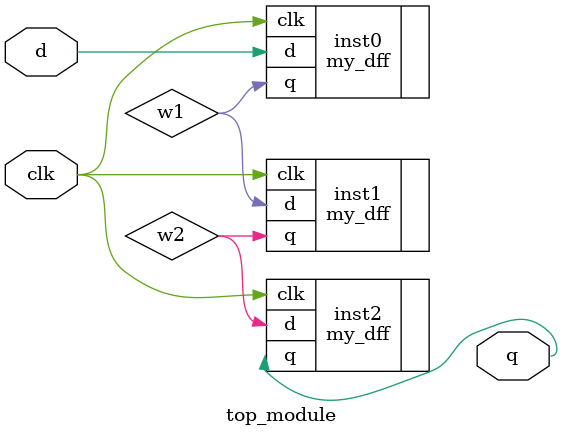
<source format=v>
module top_module ( input clk, input d, output q );
    wire w1,w2;
    
    my_dff inst0 (.clk(clk), .d(d), .q(w1));
    my_dff inst1 (.clk(clk), .d(w1), .q(w2));
    my_dff inst2 (.clk(clk), .d(w2), .q(q));

endmodule

</source>
